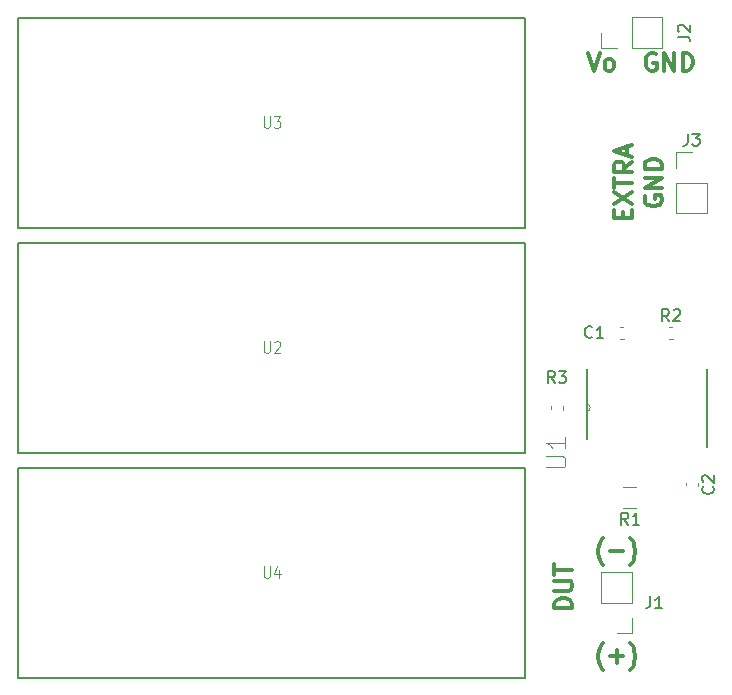
<source format=gbr>
G04 #@! TF.GenerationSoftware,KiCad,Pcbnew,5.0.0+dfsg1-2*
G04 #@! TF.CreationDate,2019-06-02T14:02:43-05:00*
G04 #@! TF.ProjectId,scope-current-shunt,73636F70652D63757272656E742D7368,rev?*
G04 #@! TF.SameCoordinates,Original*
G04 #@! TF.FileFunction,Legend,Top*
G04 #@! TF.FilePolarity,Positive*
%FSLAX46Y46*%
G04 Gerber Fmt 4.6, Leading zero omitted, Abs format (unit mm)*
G04 Created by KiCad (PCBNEW 5.0.0+dfsg1-2) date Sun Jun  2 14:02:43 2019*
%MOMM*%
%LPD*%
G01*
G04 APERTURE LIST*
%ADD10C,0.300000*%
%ADD11C,0.120000*%
%ADD12C,0.152400*%
%ADD13C,0.100000*%
%ADD14C,0.127000*%
%ADD15C,0.150000*%
%ADD16C,0.050000*%
%ADD17C,1.275000*%
%ADD18R,2.100000X2.100000*%
%ADD19O,2.100000X2.100000*%
%ADD20C,1.650000*%
%ADD21R,2.076400X2.076400*%
%ADD22C,2.076400*%
%ADD23R,2.940000X2.940000*%
%ADD24C,1.670000*%
G04 APERTURE END LIST*
D10*
X155462857Y-113490000D02*
X155462857Y-112990000D01*
X156248571Y-112775714D02*
X156248571Y-113490000D01*
X154748571Y-113490000D01*
X154748571Y-112775714D01*
X154748571Y-112275714D02*
X156248571Y-111275714D01*
X154748571Y-111275714D02*
X156248571Y-112275714D01*
X154748571Y-110918571D02*
X154748571Y-110061428D01*
X156248571Y-110490000D02*
X154748571Y-110490000D01*
X156248571Y-108704285D02*
X155534285Y-109204285D01*
X156248571Y-109561428D02*
X154748571Y-109561428D01*
X154748571Y-108990000D01*
X154820000Y-108847142D01*
X154891428Y-108775714D01*
X155034285Y-108704285D01*
X155248571Y-108704285D01*
X155391428Y-108775714D01*
X155462857Y-108847142D01*
X155534285Y-108990000D01*
X155534285Y-109561428D01*
X155820000Y-108132857D02*
X155820000Y-107418571D01*
X156248571Y-108275714D02*
X154748571Y-107775714D01*
X156248571Y-107275714D01*
X157370000Y-111632857D02*
X157298571Y-111775714D01*
X157298571Y-111990000D01*
X157370000Y-112204285D01*
X157512857Y-112347142D01*
X157655714Y-112418571D01*
X157941428Y-112490000D01*
X158155714Y-112490000D01*
X158441428Y-112418571D01*
X158584285Y-112347142D01*
X158727142Y-112204285D01*
X158798571Y-111990000D01*
X158798571Y-111847142D01*
X158727142Y-111632857D01*
X158655714Y-111561428D01*
X158155714Y-111561428D01*
X158155714Y-111847142D01*
X158798571Y-110918571D02*
X157298571Y-110918571D01*
X158798571Y-110061428D01*
X157298571Y-110061428D01*
X158798571Y-109347142D02*
X157298571Y-109347142D01*
X157298571Y-108990000D01*
X157370000Y-108775714D01*
X157512857Y-108632857D01*
X157655714Y-108561428D01*
X157941428Y-108490000D01*
X158155714Y-108490000D01*
X158441428Y-108561428D01*
X158584285Y-108632857D01*
X158727142Y-108775714D01*
X158798571Y-108990000D01*
X158798571Y-109347142D01*
X158242142Y-99580000D02*
X158099285Y-99508571D01*
X157885000Y-99508571D01*
X157670714Y-99580000D01*
X157527857Y-99722857D01*
X157456428Y-99865714D01*
X157385000Y-100151428D01*
X157385000Y-100365714D01*
X157456428Y-100651428D01*
X157527857Y-100794285D01*
X157670714Y-100937142D01*
X157885000Y-101008571D01*
X158027857Y-101008571D01*
X158242142Y-100937142D01*
X158313571Y-100865714D01*
X158313571Y-100365714D01*
X158027857Y-100365714D01*
X158956428Y-101008571D02*
X158956428Y-99508571D01*
X159813571Y-101008571D01*
X159813571Y-99508571D01*
X160527857Y-101008571D02*
X160527857Y-99508571D01*
X160885000Y-99508571D01*
X161099285Y-99580000D01*
X161242142Y-99722857D01*
X161313571Y-99865714D01*
X161385000Y-100151428D01*
X161385000Y-100365714D01*
X161313571Y-100651428D01*
X161242142Y-100794285D01*
X161099285Y-100937142D01*
X160885000Y-101008571D01*
X160527857Y-101008571D01*
X152491428Y-99508571D02*
X152991428Y-101008571D01*
X153491428Y-99508571D01*
X154205714Y-101008571D02*
X154062857Y-100937142D01*
X153991428Y-100865714D01*
X153920000Y-100722857D01*
X153920000Y-100294285D01*
X153991428Y-100151428D01*
X154062857Y-100080000D01*
X154205714Y-100008571D01*
X154420000Y-100008571D01*
X154562857Y-100080000D01*
X154634285Y-100151428D01*
X154705714Y-100294285D01*
X154705714Y-100722857D01*
X154634285Y-100865714D01*
X154562857Y-100937142D01*
X154420000Y-101008571D01*
X154205714Y-101008571D01*
X153797142Y-142855000D02*
X153725714Y-142783571D01*
X153582857Y-142569285D01*
X153511428Y-142426428D01*
X153440000Y-142212142D01*
X153368571Y-141855000D01*
X153368571Y-141569285D01*
X153440000Y-141212142D01*
X153511428Y-140997857D01*
X153582857Y-140855000D01*
X153725714Y-140640714D01*
X153797142Y-140569285D01*
X154368571Y-141712142D02*
X155511428Y-141712142D01*
X156082857Y-142855000D02*
X156154285Y-142783571D01*
X156297142Y-142569285D01*
X156368571Y-142426428D01*
X156440000Y-142212142D01*
X156511428Y-141855000D01*
X156511428Y-141569285D01*
X156440000Y-141212142D01*
X156368571Y-140997857D01*
X156297142Y-140855000D01*
X156154285Y-140640714D01*
X156082857Y-140569285D01*
X153797142Y-151745000D02*
X153725714Y-151673571D01*
X153582857Y-151459285D01*
X153511428Y-151316428D01*
X153440000Y-151102142D01*
X153368571Y-150745000D01*
X153368571Y-150459285D01*
X153440000Y-150102142D01*
X153511428Y-149887857D01*
X153582857Y-149745000D01*
X153725714Y-149530714D01*
X153797142Y-149459285D01*
X154368571Y-150602142D02*
X155511428Y-150602142D01*
X154940000Y-151173571D02*
X154940000Y-150030714D01*
X156082857Y-151745000D02*
X156154285Y-151673571D01*
X156297142Y-151459285D01*
X156368571Y-151316428D01*
X156440000Y-151102142D01*
X156511428Y-150745000D01*
X156511428Y-150459285D01*
X156440000Y-150102142D01*
X156368571Y-149887857D01*
X156297142Y-149745000D01*
X156154285Y-149530714D01*
X156082857Y-149459285D01*
X151173571Y-146530000D02*
X149673571Y-146530000D01*
X149673571Y-146172857D01*
X149745000Y-145958571D01*
X149887857Y-145815714D01*
X150030714Y-145744285D01*
X150316428Y-145672857D01*
X150530714Y-145672857D01*
X150816428Y-145744285D01*
X150959285Y-145815714D01*
X151102142Y-145958571D01*
X151173571Y-146172857D01*
X151173571Y-146530000D01*
X149673571Y-145030000D02*
X150887857Y-145030000D01*
X151030714Y-144958571D01*
X151102142Y-144887142D01*
X151173571Y-144744285D01*
X151173571Y-144458571D01*
X151102142Y-144315714D01*
X151030714Y-144244285D01*
X150887857Y-144172857D01*
X149673571Y-144172857D01*
X149673571Y-143672857D02*
X149673571Y-142815714D01*
X151173571Y-143244285D02*
X149673571Y-143244285D01*
D11*
G04 #@! TO.C,C1*
X155585279Y-123700000D02*
X155259721Y-123700000D01*
X155585279Y-122680000D02*
X155259721Y-122680000D01*
G04 #@! TO.C,C2*
X160780000Y-135879721D02*
X160780000Y-136205279D01*
X161800000Y-135879721D02*
X161800000Y-136205279D01*
G04 #@! TO.C,J1*
X156270000Y-143450000D02*
X153610000Y-143450000D01*
X156270000Y-146050000D02*
X156270000Y-143450000D01*
X153610000Y-146050000D02*
X153610000Y-143450000D01*
X156270000Y-146050000D02*
X153610000Y-146050000D01*
X156270000Y-147320000D02*
X156270000Y-148650000D01*
X156270000Y-148650000D02*
X154940000Y-148650000D01*
G04 #@! TO.C,J2*
X153610000Y-99120000D02*
X153610000Y-97790000D01*
X154940000Y-99120000D02*
X153610000Y-99120000D01*
X156210000Y-99120000D02*
X156210000Y-96460000D01*
X156210000Y-96460000D02*
X158810000Y-96460000D01*
X156210000Y-99120000D02*
X158810000Y-99120000D01*
X158810000Y-99120000D02*
X158810000Y-96460000D01*
G04 #@! TO.C,R1*
X156682064Y-138070000D02*
X155477936Y-138070000D01*
X156682064Y-136250000D02*
X155477936Y-136250000D01*
G04 #@! TO.C,R2*
X159374721Y-122680000D02*
X159700279Y-122680000D01*
X159374721Y-123700000D02*
X159700279Y-123700000D01*
G04 #@! TO.C,R3*
X149350000Y-129377221D02*
X149350000Y-129702779D01*
X150370000Y-129377221D02*
X150370000Y-129702779D01*
D12*
G04 #@! TO.C,U1*
X162560000Y-132842000D02*
X162560000Y-126238000D01*
X152400000Y-126238000D02*
X152400000Y-129235200D01*
X152400000Y-129235200D02*
X152400000Y-129844800D01*
X152400000Y-129844800D02*
X152400000Y-132207000D01*
D13*
X152400000Y-129235200D02*
G75*
G02X152400000Y-129844800I0J-304800D01*
G01*
D14*
G04 #@! TO.C,U2*
X147193000Y-115570000D02*
X104267000Y-115570000D01*
X104267000Y-115570000D02*
X104267000Y-133350000D01*
X104267000Y-133350000D02*
X147193000Y-133350000D01*
X147193000Y-133350000D02*
X147193000Y-115570000D01*
G04 #@! TO.C,U3*
X147193000Y-114300000D02*
X147193000Y-96520000D01*
X104267000Y-114300000D02*
X147193000Y-114300000D01*
X104267000Y-96520000D02*
X104267000Y-114300000D01*
X147193000Y-96520000D02*
X104267000Y-96520000D01*
G04 #@! TO.C,U4*
X147193000Y-134620000D02*
X104267000Y-134620000D01*
X104267000Y-134620000D02*
X104267000Y-152400000D01*
X104267000Y-152400000D02*
X147193000Y-152400000D01*
X147193000Y-152400000D02*
X147193000Y-134620000D01*
D11*
G04 #@! TO.C,J3*
X159960000Y-113090000D02*
X162620000Y-113090000D01*
X159960000Y-110490000D02*
X159960000Y-113090000D01*
X162620000Y-110490000D02*
X162620000Y-113090000D01*
X159960000Y-110490000D02*
X162620000Y-110490000D01*
X159960000Y-109220000D02*
X159960000Y-107890000D01*
X159960000Y-107890000D02*
X161290000Y-107890000D01*
G04 #@! TO.C,C1*
D15*
X152868333Y-123547142D02*
X152820714Y-123594761D01*
X152677857Y-123642380D01*
X152582619Y-123642380D01*
X152439761Y-123594761D01*
X152344523Y-123499523D01*
X152296904Y-123404285D01*
X152249285Y-123213809D01*
X152249285Y-123070952D01*
X152296904Y-122880476D01*
X152344523Y-122785238D01*
X152439761Y-122690000D01*
X152582619Y-122642380D01*
X152677857Y-122642380D01*
X152820714Y-122690000D01*
X152868333Y-122737619D01*
X153820714Y-123642380D02*
X153249285Y-123642380D01*
X153535000Y-123642380D02*
X153535000Y-122642380D01*
X153439761Y-122785238D01*
X153344523Y-122880476D01*
X153249285Y-122928095D01*
G04 #@! TO.C,C2*
X163077142Y-136209166D02*
X163124761Y-136256785D01*
X163172380Y-136399642D01*
X163172380Y-136494880D01*
X163124761Y-136637738D01*
X163029523Y-136732976D01*
X162934285Y-136780595D01*
X162743809Y-136828214D01*
X162600952Y-136828214D01*
X162410476Y-136780595D01*
X162315238Y-136732976D01*
X162220000Y-136637738D01*
X162172380Y-136494880D01*
X162172380Y-136399642D01*
X162220000Y-136256785D01*
X162267619Y-136209166D01*
X162267619Y-135828214D02*
X162220000Y-135780595D01*
X162172380Y-135685357D01*
X162172380Y-135447261D01*
X162220000Y-135352023D01*
X162267619Y-135304404D01*
X162362857Y-135256785D01*
X162458095Y-135256785D01*
X162600952Y-135304404D01*
X163172380Y-135875833D01*
X163172380Y-135256785D01*
G04 #@! TO.C,J1*
X157781666Y-145502380D02*
X157781666Y-146216666D01*
X157734047Y-146359523D01*
X157638809Y-146454761D01*
X157495952Y-146502380D01*
X157400714Y-146502380D01*
X158781666Y-146502380D02*
X158210238Y-146502380D01*
X158495952Y-146502380D02*
X158495952Y-145502380D01*
X158400714Y-145645238D01*
X158305476Y-145740476D01*
X158210238Y-145788095D01*
G04 #@! TO.C,J2*
X160107380Y-98123333D02*
X160821666Y-98123333D01*
X160964523Y-98170952D01*
X161059761Y-98266190D01*
X161107380Y-98409047D01*
X161107380Y-98504285D01*
X160202619Y-97694761D02*
X160155000Y-97647142D01*
X160107380Y-97551904D01*
X160107380Y-97313809D01*
X160155000Y-97218571D01*
X160202619Y-97170952D01*
X160297857Y-97123333D01*
X160393095Y-97123333D01*
X160535952Y-97170952D01*
X161107380Y-97742380D01*
X161107380Y-97123333D01*
G04 #@! TO.C,R1*
X155913333Y-139432380D02*
X155580000Y-138956190D01*
X155341904Y-139432380D02*
X155341904Y-138432380D01*
X155722857Y-138432380D01*
X155818095Y-138480000D01*
X155865714Y-138527619D01*
X155913333Y-138622857D01*
X155913333Y-138765714D01*
X155865714Y-138860952D01*
X155818095Y-138908571D01*
X155722857Y-138956190D01*
X155341904Y-138956190D01*
X156865714Y-139432380D02*
X156294285Y-139432380D01*
X156580000Y-139432380D02*
X156580000Y-138432380D01*
X156484761Y-138575238D01*
X156389523Y-138670476D01*
X156294285Y-138718095D01*
G04 #@! TO.C,R2*
X159370833Y-122212380D02*
X159037500Y-121736190D01*
X158799404Y-122212380D02*
X158799404Y-121212380D01*
X159180357Y-121212380D01*
X159275595Y-121260000D01*
X159323214Y-121307619D01*
X159370833Y-121402857D01*
X159370833Y-121545714D01*
X159323214Y-121640952D01*
X159275595Y-121688571D01*
X159180357Y-121736190D01*
X158799404Y-121736190D01*
X159751785Y-121307619D02*
X159799404Y-121260000D01*
X159894642Y-121212380D01*
X160132738Y-121212380D01*
X160227976Y-121260000D01*
X160275595Y-121307619D01*
X160323214Y-121402857D01*
X160323214Y-121498095D01*
X160275595Y-121640952D01*
X159704166Y-122212380D01*
X160323214Y-122212380D01*
G04 #@! TO.C,R3*
X149693333Y-127452380D02*
X149360000Y-126976190D01*
X149121904Y-127452380D02*
X149121904Y-126452380D01*
X149502857Y-126452380D01*
X149598095Y-126500000D01*
X149645714Y-126547619D01*
X149693333Y-126642857D01*
X149693333Y-126785714D01*
X149645714Y-126880952D01*
X149598095Y-126928571D01*
X149502857Y-126976190D01*
X149121904Y-126976190D01*
X150026666Y-126452380D02*
X150645714Y-126452380D01*
X150312380Y-126833333D01*
X150455238Y-126833333D01*
X150550476Y-126880952D01*
X150598095Y-126928571D01*
X150645714Y-127023809D01*
X150645714Y-127261904D01*
X150598095Y-127357142D01*
X150550476Y-127404761D01*
X150455238Y-127452380D01*
X150169523Y-127452380D01*
X150074285Y-127404761D01*
X150026666Y-127357142D01*
G04 #@! TO.C,U1*
D16*
X148960289Y-134601771D02*
X150290296Y-134601771D01*
X150446767Y-134523535D01*
X150525003Y-134445300D01*
X150603239Y-134288828D01*
X150603239Y-133975885D01*
X150525003Y-133819414D01*
X150446767Y-133741178D01*
X150290296Y-133662942D01*
X148960289Y-133662942D01*
X150603239Y-132019992D02*
X150603239Y-132958821D01*
X150603239Y-132489407D02*
X148960289Y-132489407D01*
X149194996Y-132645878D01*
X149351467Y-132802350D01*
X149429703Y-132958821D01*
G04 #@! TO.C,U2*
X125044285Y-123912380D02*
X125044285Y-124721904D01*
X125087142Y-124817142D01*
X125130000Y-124864761D01*
X125215714Y-124912380D01*
X125387142Y-124912380D01*
X125472857Y-124864761D01*
X125515714Y-124817142D01*
X125558571Y-124721904D01*
X125558571Y-123912380D01*
X125944285Y-124007619D02*
X125987142Y-123960000D01*
X126072857Y-123912380D01*
X126287142Y-123912380D01*
X126372857Y-123960000D01*
X126415714Y-124007619D01*
X126458571Y-124102857D01*
X126458571Y-124198095D01*
X126415714Y-124340952D01*
X125901428Y-124912380D01*
X126458571Y-124912380D01*
G04 #@! TO.C,U3*
X125044285Y-104862380D02*
X125044285Y-105671904D01*
X125087142Y-105767142D01*
X125130000Y-105814761D01*
X125215714Y-105862380D01*
X125387142Y-105862380D01*
X125472857Y-105814761D01*
X125515714Y-105767142D01*
X125558571Y-105671904D01*
X125558571Y-104862380D01*
X125901428Y-104862380D02*
X126458571Y-104862380D01*
X126158571Y-105243333D01*
X126287142Y-105243333D01*
X126372857Y-105290952D01*
X126415714Y-105338571D01*
X126458571Y-105433809D01*
X126458571Y-105671904D01*
X126415714Y-105767142D01*
X126372857Y-105814761D01*
X126287142Y-105862380D01*
X126030000Y-105862380D01*
X125944285Y-105814761D01*
X125901428Y-105767142D01*
G04 #@! TO.C,U4*
X125044285Y-142962380D02*
X125044285Y-143771904D01*
X125087142Y-143867142D01*
X125130000Y-143914761D01*
X125215714Y-143962380D01*
X125387142Y-143962380D01*
X125472857Y-143914761D01*
X125515714Y-143867142D01*
X125558571Y-143771904D01*
X125558571Y-142962380D01*
X126372857Y-143295714D02*
X126372857Y-143962380D01*
X126158571Y-142914761D02*
X125944285Y-143629047D01*
X126501428Y-143629047D01*
G04 #@! TO.C,J3*
D15*
X160956666Y-106342380D02*
X160956666Y-107056666D01*
X160909047Y-107199523D01*
X160813809Y-107294761D01*
X160670952Y-107342380D01*
X160575714Y-107342380D01*
X161337619Y-106342380D02*
X161956666Y-106342380D01*
X161623333Y-106723333D01*
X161766190Y-106723333D01*
X161861428Y-106770952D01*
X161909047Y-106818571D01*
X161956666Y-106913809D01*
X161956666Y-107151904D01*
X161909047Y-107247142D01*
X161861428Y-107294761D01*
X161766190Y-107342380D01*
X161480476Y-107342380D01*
X161385238Y-107294761D01*
X161337619Y-107247142D01*
G04 #@! TD*
%LPC*%
D13*
G04 #@! TO.C,C1*
G36*
X156559993Y-122516535D02*
X156590935Y-122521125D01*
X156621278Y-122528725D01*
X156650730Y-122539263D01*
X156679008Y-122552638D01*
X156705838Y-122568719D01*
X156730963Y-122587353D01*
X156754140Y-122608360D01*
X156775147Y-122631537D01*
X156793781Y-122656662D01*
X156809862Y-122683492D01*
X156823237Y-122711770D01*
X156833775Y-122741222D01*
X156841375Y-122771565D01*
X156845965Y-122802507D01*
X156847500Y-122833750D01*
X156847500Y-123546250D01*
X156845965Y-123577493D01*
X156841375Y-123608435D01*
X156833775Y-123638778D01*
X156823237Y-123668230D01*
X156809862Y-123696508D01*
X156793781Y-123723338D01*
X156775147Y-123748463D01*
X156754140Y-123771640D01*
X156730963Y-123792647D01*
X156705838Y-123811281D01*
X156679008Y-123827362D01*
X156650730Y-123840737D01*
X156621278Y-123851275D01*
X156590935Y-123858875D01*
X156559993Y-123863465D01*
X156528750Y-123865000D01*
X155891250Y-123865000D01*
X155860007Y-123863465D01*
X155829065Y-123858875D01*
X155798722Y-123851275D01*
X155769270Y-123840737D01*
X155740992Y-123827362D01*
X155714162Y-123811281D01*
X155689037Y-123792647D01*
X155665860Y-123771640D01*
X155644853Y-123748463D01*
X155626219Y-123723338D01*
X155610138Y-123696508D01*
X155596763Y-123668230D01*
X155586225Y-123638778D01*
X155578625Y-123608435D01*
X155574035Y-123577493D01*
X155572500Y-123546250D01*
X155572500Y-122833750D01*
X155574035Y-122802507D01*
X155578625Y-122771565D01*
X155586225Y-122741222D01*
X155596763Y-122711770D01*
X155610138Y-122683492D01*
X155626219Y-122656662D01*
X155644853Y-122631537D01*
X155665860Y-122608360D01*
X155689037Y-122587353D01*
X155714162Y-122568719D01*
X155740992Y-122552638D01*
X155769270Y-122539263D01*
X155798722Y-122528725D01*
X155829065Y-122521125D01*
X155860007Y-122516535D01*
X155891250Y-122515000D01*
X156528750Y-122515000D01*
X156559993Y-122516535D01*
X156559993Y-122516535D01*
G37*
D17*
X156210000Y-123190000D03*
D13*
G36*
X154984993Y-122516535D02*
X155015935Y-122521125D01*
X155046278Y-122528725D01*
X155075730Y-122539263D01*
X155104008Y-122552638D01*
X155130838Y-122568719D01*
X155155963Y-122587353D01*
X155179140Y-122608360D01*
X155200147Y-122631537D01*
X155218781Y-122656662D01*
X155234862Y-122683492D01*
X155248237Y-122711770D01*
X155258775Y-122741222D01*
X155266375Y-122771565D01*
X155270965Y-122802507D01*
X155272500Y-122833750D01*
X155272500Y-123546250D01*
X155270965Y-123577493D01*
X155266375Y-123608435D01*
X155258775Y-123638778D01*
X155248237Y-123668230D01*
X155234862Y-123696508D01*
X155218781Y-123723338D01*
X155200147Y-123748463D01*
X155179140Y-123771640D01*
X155155963Y-123792647D01*
X155130838Y-123811281D01*
X155104008Y-123827362D01*
X155075730Y-123840737D01*
X155046278Y-123851275D01*
X155015935Y-123858875D01*
X154984993Y-123863465D01*
X154953750Y-123865000D01*
X154316250Y-123865000D01*
X154285007Y-123863465D01*
X154254065Y-123858875D01*
X154223722Y-123851275D01*
X154194270Y-123840737D01*
X154165992Y-123827362D01*
X154139162Y-123811281D01*
X154114037Y-123792647D01*
X154090860Y-123771640D01*
X154069853Y-123748463D01*
X154051219Y-123723338D01*
X154035138Y-123696508D01*
X154021763Y-123668230D01*
X154011225Y-123638778D01*
X154003625Y-123608435D01*
X153999035Y-123577493D01*
X153997500Y-123546250D01*
X153997500Y-122833750D01*
X153999035Y-122802507D01*
X154003625Y-122771565D01*
X154011225Y-122741222D01*
X154021763Y-122711770D01*
X154035138Y-122683492D01*
X154051219Y-122656662D01*
X154069853Y-122631537D01*
X154090860Y-122608360D01*
X154114037Y-122587353D01*
X154139162Y-122568719D01*
X154165992Y-122552638D01*
X154194270Y-122539263D01*
X154223722Y-122528725D01*
X154254065Y-122521125D01*
X154285007Y-122516535D01*
X154316250Y-122515000D01*
X154953750Y-122515000D01*
X154984993Y-122516535D01*
X154984993Y-122516535D01*
G37*
D17*
X154635000Y-123190000D03*
G04 #@! TD*
D13*
G04 #@! TO.C,C2*
G36*
X161677493Y-136194035D02*
X161708435Y-136198625D01*
X161738778Y-136206225D01*
X161768230Y-136216763D01*
X161796508Y-136230138D01*
X161823338Y-136246219D01*
X161848463Y-136264853D01*
X161871640Y-136285860D01*
X161892647Y-136309037D01*
X161911281Y-136334162D01*
X161927362Y-136360992D01*
X161940737Y-136389270D01*
X161951275Y-136418722D01*
X161958875Y-136449065D01*
X161963465Y-136480007D01*
X161965000Y-136511250D01*
X161965000Y-137148750D01*
X161963465Y-137179993D01*
X161958875Y-137210935D01*
X161951275Y-137241278D01*
X161940737Y-137270730D01*
X161927362Y-137299008D01*
X161911281Y-137325838D01*
X161892647Y-137350963D01*
X161871640Y-137374140D01*
X161848463Y-137395147D01*
X161823338Y-137413781D01*
X161796508Y-137429862D01*
X161768230Y-137443237D01*
X161738778Y-137453775D01*
X161708435Y-137461375D01*
X161677493Y-137465965D01*
X161646250Y-137467500D01*
X160933750Y-137467500D01*
X160902507Y-137465965D01*
X160871565Y-137461375D01*
X160841222Y-137453775D01*
X160811770Y-137443237D01*
X160783492Y-137429862D01*
X160756662Y-137413781D01*
X160731537Y-137395147D01*
X160708360Y-137374140D01*
X160687353Y-137350963D01*
X160668719Y-137325838D01*
X160652638Y-137299008D01*
X160639263Y-137270730D01*
X160628725Y-137241278D01*
X160621125Y-137210935D01*
X160616535Y-137179993D01*
X160615000Y-137148750D01*
X160615000Y-136511250D01*
X160616535Y-136480007D01*
X160621125Y-136449065D01*
X160628725Y-136418722D01*
X160639263Y-136389270D01*
X160652638Y-136360992D01*
X160668719Y-136334162D01*
X160687353Y-136309037D01*
X160708360Y-136285860D01*
X160731537Y-136264853D01*
X160756662Y-136246219D01*
X160783492Y-136230138D01*
X160811770Y-136216763D01*
X160841222Y-136206225D01*
X160871565Y-136198625D01*
X160902507Y-136194035D01*
X160933750Y-136192500D01*
X161646250Y-136192500D01*
X161677493Y-136194035D01*
X161677493Y-136194035D01*
G37*
D17*
X161290000Y-136830000D03*
D13*
G36*
X161677493Y-134619035D02*
X161708435Y-134623625D01*
X161738778Y-134631225D01*
X161768230Y-134641763D01*
X161796508Y-134655138D01*
X161823338Y-134671219D01*
X161848463Y-134689853D01*
X161871640Y-134710860D01*
X161892647Y-134734037D01*
X161911281Y-134759162D01*
X161927362Y-134785992D01*
X161940737Y-134814270D01*
X161951275Y-134843722D01*
X161958875Y-134874065D01*
X161963465Y-134905007D01*
X161965000Y-134936250D01*
X161965000Y-135573750D01*
X161963465Y-135604993D01*
X161958875Y-135635935D01*
X161951275Y-135666278D01*
X161940737Y-135695730D01*
X161927362Y-135724008D01*
X161911281Y-135750838D01*
X161892647Y-135775963D01*
X161871640Y-135799140D01*
X161848463Y-135820147D01*
X161823338Y-135838781D01*
X161796508Y-135854862D01*
X161768230Y-135868237D01*
X161738778Y-135878775D01*
X161708435Y-135886375D01*
X161677493Y-135890965D01*
X161646250Y-135892500D01*
X160933750Y-135892500D01*
X160902507Y-135890965D01*
X160871565Y-135886375D01*
X160841222Y-135878775D01*
X160811770Y-135868237D01*
X160783492Y-135854862D01*
X160756662Y-135838781D01*
X160731537Y-135820147D01*
X160708360Y-135799140D01*
X160687353Y-135775963D01*
X160668719Y-135750838D01*
X160652638Y-135724008D01*
X160639263Y-135695730D01*
X160628725Y-135666278D01*
X160621125Y-135635935D01*
X160616535Y-135604993D01*
X160615000Y-135573750D01*
X160615000Y-134936250D01*
X160616535Y-134905007D01*
X160621125Y-134874065D01*
X160628725Y-134843722D01*
X160639263Y-134814270D01*
X160652638Y-134785992D01*
X160668719Y-134759162D01*
X160687353Y-134734037D01*
X160708360Y-134710860D01*
X160731537Y-134689853D01*
X160756662Y-134671219D01*
X160783492Y-134655138D01*
X160811770Y-134641763D01*
X160841222Y-134631225D01*
X160871565Y-134623625D01*
X160902507Y-134619035D01*
X160933750Y-134617500D01*
X161646250Y-134617500D01*
X161677493Y-134619035D01*
X161677493Y-134619035D01*
G37*
D17*
X161290000Y-135255000D03*
G04 #@! TD*
D18*
G04 #@! TO.C,J1*
X154940000Y-147320000D03*
D19*
X154940000Y-144780000D03*
G04 #@! TD*
G04 #@! TO.C,J2*
X157480000Y-97790000D03*
D18*
X154940000Y-97790000D03*
G04 #@! TD*
D13*
G04 #@! TO.C,R1*
G36*
X158007346Y-136086589D02*
X158039380Y-136091341D01*
X158070794Y-136099210D01*
X158101286Y-136110120D01*
X158130561Y-136123966D01*
X158158338Y-136140615D01*
X158184350Y-136159907D01*
X158208345Y-136181655D01*
X158230093Y-136205650D01*
X158249385Y-136231662D01*
X158266034Y-136259439D01*
X158279880Y-136288714D01*
X158290790Y-136319206D01*
X158298659Y-136350620D01*
X158303411Y-136382654D01*
X158305000Y-136415000D01*
X158305000Y-137905000D01*
X158303411Y-137937346D01*
X158298659Y-137969380D01*
X158290790Y-138000794D01*
X158279880Y-138031286D01*
X158266034Y-138060561D01*
X158249385Y-138088338D01*
X158230093Y-138114350D01*
X158208345Y-138138345D01*
X158184350Y-138160093D01*
X158158338Y-138179385D01*
X158130561Y-138196034D01*
X158101286Y-138209880D01*
X158070794Y-138220790D01*
X158039380Y-138228659D01*
X158007346Y-138233411D01*
X157975000Y-138235000D01*
X156985000Y-138235000D01*
X156952654Y-138233411D01*
X156920620Y-138228659D01*
X156889206Y-138220790D01*
X156858714Y-138209880D01*
X156829439Y-138196034D01*
X156801662Y-138179385D01*
X156775650Y-138160093D01*
X156751655Y-138138345D01*
X156729907Y-138114350D01*
X156710615Y-138088338D01*
X156693966Y-138060561D01*
X156680120Y-138031286D01*
X156669210Y-138000794D01*
X156661341Y-137969380D01*
X156656589Y-137937346D01*
X156655000Y-137905000D01*
X156655000Y-136415000D01*
X156656589Y-136382654D01*
X156661341Y-136350620D01*
X156669210Y-136319206D01*
X156680120Y-136288714D01*
X156693966Y-136259439D01*
X156710615Y-136231662D01*
X156729907Y-136205650D01*
X156751655Y-136181655D01*
X156775650Y-136159907D01*
X156801662Y-136140615D01*
X156829439Y-136123966D01*
X156858714Y-136110120D01*
X156889206Y-136099210D01*
X156920620Y-136091341D01*
X156952654Y-136086589D01*
X156985000Y-136085000D01*
X157975000Y-136085000D01*
X158007346Y-136086589D01*
X158007346Y-136086589D01*
G37*
D20*
X157480000Y-137160000D03*
D13*
G36*
X155207346Y-136086589D02*
X155239380Y-136091341D01*
X155270794Y-136099210D01*
X155301286Y-136110120D01*
X155330561Y-136123966D01*
X155358338Y-136140615D01*
X155384350Y-136159907D01*
X155408345Y-136181655D01*
X155430093Y-136205650D01*
X155449385Y-136231662D01*
X155466034Y-136259439D01*
X155479880Y-136288714D01*
X155490790Y-136319206D01*
X155498659Y-136350620D01*
X155503411Y-136382654D01*
X155505000Y-136415000D01*
X155505000Y-137905000D01*
X155503411Y-137937346D01*
X155498659Y-137969380D01*
X155490790Y-138000794D01*
X155479880Y-138031286D01*
X155466034Y-138060561D01*
X155449385Y-138088338D01*
X155430093Y-138114350D01*
X155408345Y-138138345D01*
X155384350Y-138160093D01*
X155358338Y-138179385D01*
X155330561Y-138196034D01*
X155301286Y-138209880D01*
X155270794Y-138220790D01*
X155239380Y-138228659D01*
X155207346Y-138233411D01*
X155175000Y-138235000D01*
X154185000Y-138235000D01*
X154152654Y-138233411D01*
X154120620Y-138228659D01*
X154089206Y-138220790D01*
X154058714Y-138209880D01*
X154029439Y-138196034D01*
X154001662Y-138179385D01*
X153975650Y-138160093D01*
X153951655Y-138138345D01*
X153929907Y-138114350D01*
X153910615Y-138088338D01*
X153893966Y-138060561D01*
X153880120Y-138031286D01*
X153869210Y-138000794D01*
X153861341Y-137969380D01*
X153856589Y-137937346D01*
X153855000Y-137905000D01*
X153855000Y-136415000D01*
X153856589Y-136382654D01*
X153861341Y-136350620D01*
X153869210Y-136319206D01*
X153880120Y-136288714D01*
X153893966Y-136259439D01*
X153910615Y-136231662D01*
X153929907Y-136205650D01*
X153951655Y-136181655D01*
X153975650Y-136159907D01*
X154001662Y-136140615D01*
X154029439Y-136123966D01*
X154058714Y-136110120D01*
X154089206Y-136099210D01*
X154120620Y-136091341D01*
X154152654Y-136086589D01*
X154185000Y-136085000D01*
X155175000Y-136085000D01*
X155207346Y-136086589D01*
X155207346Y-136086589D01*
G37*
D20*
X154680000Y-137160000D03*
G04 #@! TD*
D13*
G04 #@! TO.C,R2*
G36*
X159099993Y-122516535D02*
X159130935Y-122521125D01*
X159161278Y-122528725D01*
X159190730Y-122539263D01*
X159219008Y-122552638D01*
X159245838Y-122568719D01*
X159270963Y-122587353D01*
X159294140Y-122608360D01*
X159315147Y-122631537D01*
X159333781Y-122656662D01*
X159349862Y-122683492D01*
X159363237Y-122711770D01*
X159373775Y-122741222D01*
X159381375Y-122771565D01*
X159385965Y-122802507D01*
X159387500Y-122833750D01*
X159387500Y-123546250D01*
X159385965Y-123577493D01*
X159381375Y-123608435D01*
X159373775Y-123638778D01*
X159363237Y-123668230D01*
X159349862Y-123696508D01*
X159333781Y-123723338D01*
X159315147Y-123748463D01*
X159294140Y-123771640D01*
X159270963Y-123792647D01*
X159245838Y-123811281D01*
X159219008Y-123827362D01*
X159190730Y-123840737D01*
X159161278Y-123851275D01*
X159130935Y-123858875D01*
X159099993Y-123863465D01*
X159068750Y-123865000D01*
X158431250Y-123865000D01*
X158400007Y-123863465D01*
X158369065Y-123858875D01*
X158338722Y-123851275D01*
X158309270Y-123840737D01*
X158280992Y-123827362D01*
X158254162Y-123811281D01*
X158229037Y-123792647D01*
X158205860Y-123771640D01*
X158184853Y-123748463D01*
X158166219Y-123723338D01*
X158150138Y-123696508D01*
X158136763Y-123668230D01*
X158126225Y-123638778D01*
X158118625Y-123608435D01*
X158114035Y-123577493D01*
X158112500Y-123546250D01*
X158112500Y-122833750D01*
X158114035Y-122802507D01*
X158118625Y-122771565D01*
X158126225Y-122741222D01*
X158136763Y-122711770D01*
X158150138Y-122683492D01*
X158166219Y-122656662D01*
X158184853Y-122631537D01*
X158205860Y-122608360D01*
X158229037Y-122587353D01*
X158254162Y-122568719D01*
X158280992Y-122552638D01*
X158309270Y-122539263D01*
X158338722Y-122528725D01*
X158369065Y-122521125D01*
X158400007Y-122516535D01*
X158431250Y-122515000D01*
X159068750Y-122515000D01*
X159099993Y-122516535D01*
X159099993Y-122516535D01*
G37*
D17*
X158750000Y-123190000D03*
D13*
G36*
X160674993Y-122516535D02*
X160705935Y-122521125D01*
X160736278Y-122528725D01*
X160765730Y-122539263D01*
X160794008Y-122552638D01*
X160820838Y-122568719D01*
X160845963Y-122587353D01*
X160869140Y-122608360D01*
X160890147Y-122631537D01*
X160908781Y-122656662D01*
X160924862Y-122683492D01*
X160938237Y-122711770D01*
X160948775Y-122741222D01*
X160956375Y-122771565D01*
X160960965Y-122802507D01*
X160962500Y-122833750D01*
X160962500Y-123546250D01*
X160960965Y-123577493D01*
X160956375Y-123608435D01*
X160948775Y-123638778D01*
X160938237Y-123668230D01*
X160924862Y-123696508D01*
X160908781Y-123723338D01*
X160890147Y-123748463D01*
X160869140Y-123771640D01*
X160845963Y-123792647D01*
X160820838Y-123811281D01*
X160794008Y-123827362D01*
X160765730Y-123840737D01*
X160736278Y-123851275D01*
X160705935Y-123858875D01*
X160674993Y-123863465D01*
X160643750Y-123865000D01*
X160006250Y-123865000D01*
X159975007Y-123863465D01*
X159944065Y-123858875D01*
X159913722Y-123851275D01*
X159884270Y-123840737D01*
X159855992Y-123827362D01*
X159829162Y-123811281D01*
X159804037Y-123792647D01*
X159780860Y-123771640D01*
X159759853Y-123748463D01*
X159741219Y-123723338D01*
X159725138Y-123696508D01*
X159711763Y-123668230D01*
X159701225Y-123638778D01*
X159693625Y-123608435D01*
X159689035Y-123577493D01*
X159687500Y-123546250D01*
X159687500Y-122833750D01*
X159689035Y-122802507D01*
X159693625Y-122771565D01*
X159701225Y-122741222D01*
X159711763Y-122711770D01*
X159725138Y-122683492D01*
X159741219Y-122656662D01*
X159759853Y-122631537D01*
X159780860Y-122608360D01*
X159804037Y-122587353D01*
X159829162Y-122568719D01*
X159855992Y-122552638D01*
X159884270Y-122539263D01*
X159913722Y-122528725D01*
X159944065Y-122521125D01*
X159975007Y-122516535D01*
X160006250Y-122515000D01*
X160643750Y-122515000D01*
X160674993Y-122516535D01*
X160674993Y-122516535D01*
G37*
D17*
X160325000Y-123190000D03*
G04 #@! TD*
D13*
G04 #@! TO.C,R3*
G36*
X150247493Y-129691535D02*
X150278435Y-129696125D01*
X150308778Y-129703725D01*
X150338230Y-129714263D01*
X150366508Y-129727638D01*
X150393338Y-129743719D01*
X150418463Y-129762353D01*
X150441640Y-129783360D01*
X150462647Y-129806537D01*
X150481281Y-129831662D01*
X150497362Y-129858492D01*
X150510737Y-129886770D01*
X150521275Y-129916222D01*
X150528875Y-129946565D01*
X150533465Y-129977507D01*
X150535000Y-130008750D01*
X150535000Y-130646250D01*
X150533465Y-130677493D01*
X150528875Y-130708435D01*
X150521275Y-130738778D01*
X150510737Y-130768230D01*
X150497362Y-130796508D01*
X150481281Y-130823338D01*
X150462647Y-130848463D01*
X150441640Y-130871640D01*
X150418463Y-130892647D01*
X150393338Y-130911281D01*
X150366508Y-130927362D01*
X150338230Y-130940737D01*
X150308778Y-130951275D01*
X150278435Y-130958875D01*
X150247493Y-130963465D01*
X150216250Y-130965000D01*
X149503750Y-130965000D01*
X149472507Y-130963465D01*
X149441565Y-130958875D01*
X149411222Y-130951275D01*
X149381770Y-130940737D01*
X149353492Y-130927362D01*
X149326662Y-130911281D01*
X149301537Y-130892647D01*
X149278360Y-130871640D01*
X149257353Y-130848463D01*
X149238719Y-130823338D01*
X149222638Y-130796508D01*
X149209263Y-130768230D01*
X149198725Y-130738778D01*
X149191125Y-130708435D01*
X149186535Y-130677493D01*
X149185000Y-130646250D01*
X149185000Y-130008750D01*
X149186535Y-129977507D01*
X149191125Y-129946565D01*
X149198725Y-129916222D01*
X149209263Y-129886770D01*
X149222638Y-129858492D01*
X149238719Y-129831662D01*
X149257353Y-129806537D01*
X149278360Y-129783360D01*
X149301537Y-129762353D01*
X149326662Y-129743719D01*
X149353492Y-129727638D01*
X149381770Y-129714263D01*
X149411222Y-129703725D01*
X149441565Y-129696125D01*
X149472507Y-129691535D01*
X149503750Y-129690000D01*
X150216250Y-129690000D01*
X150247493Y-129691535D01*
X150247493Y-129691535D01*
G37*
D17*
X149860000Y-130327500D03*
D13*
G36*
X150247493Y-128116535D02*
X150278435Y-128121125D01*
X150308778Y-128128725D01*
X150338230Y-128139263D01*
X150366508Y-128152638D01*
X150393338Y-128168719D01*
X150418463Y-128187353D01*
X150441640Y-128208360D01*
X150462647Y-128231537D01*
X150481281Y-128256662D01*
X150497362Y-128283492D01*
X150510737Y-128311770D01*
X150521275Y-128341222D01*
X150528875Y-128371565D01*
X150533465Y-128402507D01*
X150535000Y-128433750D01*
X150535000Y-129071250D01*
X150533465Y-129102493D01*
X150528875Y-129133435D01*
X150521275Y-129163778D01*
X150510737Y-129193230D01*
X150497362Y-129221508D01*
X150481281Y-129248338D01*
X150462647Y-129273463D01*
X150441640Y-129296640D01*
X150418463Y-129317647D01*
X150393338Y-129336281D01*
X150366508Y-129352362D01*
X150338230Y-129365737D01*
X150308778Y-129376275D01*
X150278435Y-129383875D01*
X150247493Y-129388465D01*
X150216250Y-129390000D01*
X149503750Y-129390000D01*
X149472507Y-129388465D01*
X149441565Y-129383875D01*
X149411222Y-129376275D01*
X149381770Y-129365737D01*
X149353492Y-129352362D01*
X149326662Y-129336281D01*
X149301537Y-129317647D01*
X149278360Y-129296640D01*
X149257353Y-129273463D01*
X149238719Y-129248338D01*
X149222638Y-129221508D01*
X149209263Y-129193230D01*
X149198725Y-129163778D01*
X149191125Y-129133435D01*
X149186535Y-129102493D01*
X149185000Y-129071250D01*
X149185000Y-128433750D01*
X149186535Y-128402507D01*
X149191125Y-128371565D01*
X149198725Y-128341222D01*
X149209263Y-128311770D01*
X149222638Y-128283492D01*
X149238719Y-128256662D01*
X149257353Y-128231537D01*
X149278360Y-128208360D01*
X149301537Y-128187353D01*
X149326662Y-128168719D01*
X149353492Y-128152638D01*
X149381770Y-128139263D01*
X149411222Y-128128725D01*
X149441565Y-128121125D01*
X149472507Y-128116535D01*
X149503750Y-128115000D01*
X150216250Y-128115000D01*
X150247493Y-128116535D01*
X150247493Y-128116535D01*
G37*
D17*
X149860000Y-128752500D03*
G04 #@! TD*
D21*
G04 #@! TO.C,U1*
X153670000Y-133350000D03*
D22*
X156210000Y-133350000D03*
X158750000Y-133350000D03*
X161290000Y-133350000D03*
X161290000Y-125730000D03*
X158750000Y-125730000D03*
X156210000Y-125730000D03*
X153670000Y-125730000D03*
G04 #@! TD*
D23*
G04 #@! TO.C,U2*
X106756200Y-124460000D03*
X144703800Y-124460000D03*
D24*
X145288000Y-130810000D03*
G04 #@! TD*
G04 #@! TO.C,U3*
X145288000Y-111760000D03*
D23*
X144703800Y-105410000D03*
X106756200Y-105410000D03*
G04 #@! TD*
G04 #@! TO.C,U4*
X106756200Y-143510000D03*
X144703800Y-143510000D03*
D24*
X145288000Y-149860000D03*
G04 #@! TD*
D18*
G04 #@! TO.C,J3*
X161290000Y-109220000D03*
D19*
X161290000Y-111760000D03*
G04 #@! TD*
M02*

</source>
